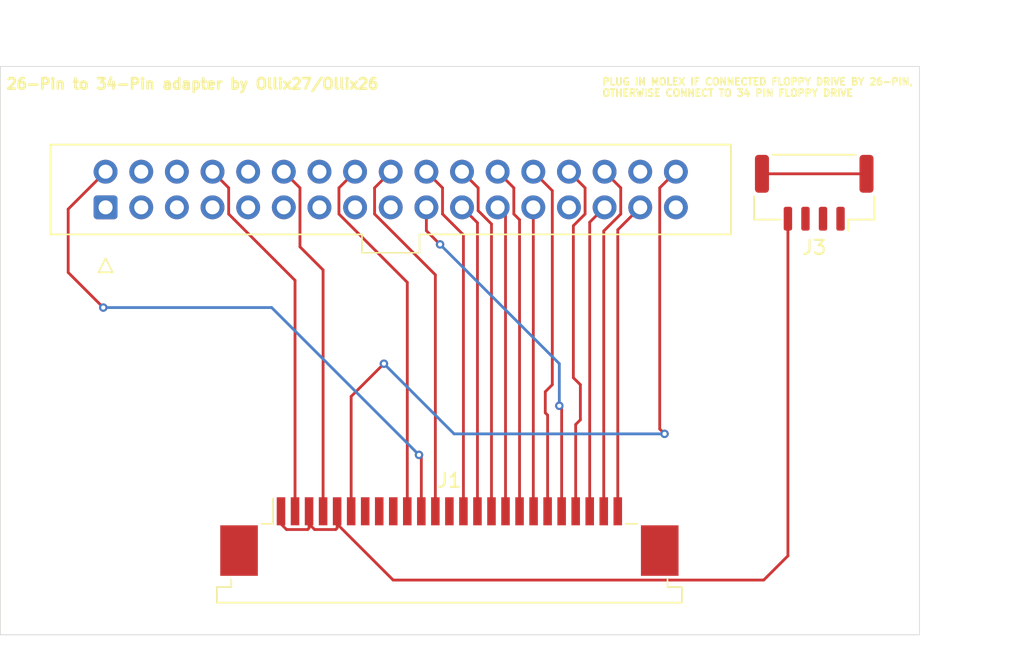
<source format=kicad_pcb>
(kicad_pcb (version 20241229) (generator "pcbnew") (generator_version "9.0")
  (layers (0 "F.Cu" signal) (2 "B.Cu" signal) (13 "F.Paste" user) (15 "B.Paste" user) (5 "F.SilkS" user "F.Silkscreen") (7 "B.SilkS" user "B.Silkscreen") (1 "F.Mask" user) (3 "B.Mask" user) (25 "Edge.Cuts" user))
  (net 0 "")
  (net 3 "INDEX")
  (net 5 "Net-(J1-Pin_19)")
  (net 6 "GND")
  (net 7 "READ DATA")
  (net 8 "DENSITY")
  (net 10 "DRIVE SELECT")
  (net 11 "5V")
  (net 12 "DIRECTION")
  (net 13 "WRITE GATE")
  (net 14 "DISK CHANGE")
  (net 15 "WRITE PROTECT")
  (net 16 "MOTOR ENABLE")
  (net 17 "WRITE DATA")
  (net 18 "STEP")
  (net 19 "TRACK 0")
  (net 20 "HEAD SELECT")
  (net 38 "unconnected-(J3-MountPin-PadMP)")
  (footprint "Connector_FFC-FPC:TE_2-84952-5_1x25-1MP_P1.0mm_Horizontal" (layer "F.Cu") (at 149.6655 107.31774)
    (property "Reference" "J1" (at 0 -4 0) (layer "F.SilkS"))
    (property "Value" "Conn_01x26_Pin")
    (fp_line (start -16.57 3.6) (end -15.545 3.6) (stroke (width 0.12)) (layer "F.SilkS"))
    (fp_line (start -16.57 4.71) (end -16.57 3.6) (stroke (width 0.12)) (layer "F.SilkS"))
    (fp_line (start -15.545 3.6) (end -15.545 3.06) (stroke (width 0.12)) (layer "F.SilkS"))
    (fp_line (start -13.39 -0.91) (end -12.565 -0.91) (stroke (width 0.12)) (layer "F.SilkS"))
    (fp_line (start -12.565 -0.91) (end -12.565 -2.71) (stroke (width 0.12)) (layer "F.SilkS"))
    (fp_line (start 12.565 -0.91) (end 13.39 -0.91) (stroke (width 0.12)) (layer "F.SilkS"))
    (fp_line (start 15.545 3.06) (end 15.545 3.6) (stroke (width 0.12)) (layer "F.SilkS"))
    (fp_line (start 15.545 3.6) (end 16.57 3.6) (stroke (width 0.12)) (layer "F.SilkS"))
    (fp_line (start 16.57 3.6) (end 16.57 4.71) (stroke (width 0.12)) (layer "F.SilkS"))
    (fp_line (start 16.57 4.71) (end -16.57 4.71) (stroke (width 0.12)) (layer "F.SilkS"))
    (pad "1" smd rect (at -12 -1.8) (size 0.61 2) (layers "F.Cu" "F.Mask" "F.Paste") (net 11 "5V"))
    (pad "2" smd rect (at -11 -1.8) (size 0.61 2) (layers "F.Cu" "F.Mask" "F.Paste") (net 3 "INDEX"))
    (pad "3" smd rect (at -10 -1.8) (size 0.61 2) (layers "F.Cu" "F.Mask" "F.Paste") (net 11 "5V"))
    (pad "4" smd rect (at -9 -1.8) (size 0.61 2) (layers "F.Cu" "F.Mask" "F.Paste") (net 10 "DRIVE SELECT"))
    (pad "5" smd rect (at -8 -1.8) (size 0.61 2) (layers "F.Cu" "F.Mask" "F.Paste") (net 11 "5V"))
    (pad "6" smd rect (at -7 -1.8) (size 0.61 2) (layers "F.Cu" "F.Mask" "F.Paste") (net 14 "DISK CHANGE"))
    (pad "7" smd rect (at -6 -1.8) (size 0.61 2) (layers "F.Cu" "F.Mask" "F.Paste"))
    (pad "8" smd rect (at -5 -1.8) (size 0.61 2) (layers "F.Cu" "F.Mask" "F.Paste"))
    (pad "9" smd rect (at -4 -1.8) (size 0.61 2) (layers "F.Cu" "F.Mask" "F.Paste"))
    (pad "10" smd rect (at -3 -1.8) (size 0.61 2) (layers "F.Cu" "F.Mask" "F.Paste") (net 16 "MOTOR ENABLE"))
    (pad "11" smd rect (at -2 -1.8) (size 0.61 2) (layers "F.Cu" "F.Mask" "F.Paste") (net 8 "DENSITY"))
    (pad "12" smd rect (at -1 -1.8) (size 0.61 2) (layers "F.Cu" "F.Mask" "F.Paste") (net 12 "DIRECTION"))
    (pad "13" smd rect (at 0 -1.8) (size 0.61 2) (layers "F.Cu" "F.Mask" "F.Paste"))
    (pad "14" smd rect (at 1 -1.8) (size 0.61 2) (layers "F.Cu" "F.Mask" "F.Paste") (net 18 "STEP"))
    (pad "15" smd rect (at 2 -1.8) (size 0.61 2) (layers "F.Cu" "F.Mask" "F.Paste") (net 6 "GND"))
    (pad "16" smd rect (at 3 -1.8) (size 0.61 2) (layers "F.Cu" "F.Mask" "F.Paste") (net 17 "WRITE DATA"))
    (pad "17" smd rect (at 4 -1.8) (size 0.61 2) (layers "F.Cu" "F.Mask" "F.Paste") (net 6 "GND"))
    (pad "18" smd rect (at 5 -1.8) (size 0.61 2) (layers "F.Cu" "F.Mask" "F.Paste") (net 13 "WRITE GATE"))
    (pad "19" smd rect (at 6 -1.8) (size 0.61 2) (layers "F.Cu" "F.Mask" "F.Paste") (net 5 "Net-(J1-Pin_19)"))
    (pad "20" smd rect (at 7 -1.8) (size 0.61 2) (layers "F.Cu" "F.Mask" "F.Paste") (net 19 "TRACK 0"))
    (pad "21" smd rect (at 8 -1.8) (size 0.61 2) (layers "F.Cu" "F.Mask" "F.Paste") (net 6 "GND"))
    (pad "22" smd rect (at 9 -1.8) (size 0.61 2) (layers "F.Cu" "F.Mask" "F.Paste") (net 15 "WRITE PROTECT"))
    (pad "23" smd rect (at 10 -1.8) (size 0.61 2) (layers "F.Cu" "F.Mask" "F.Paste") (net 6 "GND"))
    (pad "24" smd rect (at 11 -1.8) (size 0.61 2) (layers "F.Cu" "F.Mask" "F.Paste") (net 7 "READ DATA"))
    (pad "25" smd rect (at 12 -1.8) (size 0.61 2) (layers "F.Cu" "F.Mask" "F.Paste") (net 6 "GND"))
    (pad "MP" smd rect (at -14.99 1) (size 2.68 3.6) (layers "F.Cu" "F.Mask" "F.Paste"))
    (pad "MP" smd rect (at 14.99 1) (size 2.68 3.6) (layers "F.Cu" "F.Mask" "F.Paste"))
  )
  (footprint "Connector_Molex:Molex_CLIK-Mate_502386-0470_1x04-1MP_P1.25mm_Horizontal" (layer "F.Cu") (at 175.6655 82.81774 180)
    (property "Reference" "J3" (at 0 -3.9 0) (layer "F.SilkS"))
    (property "Value" "Conn_01x04_MountingPin")
    (fp_line (start 4.285 -0.26) (end 4.285 -1.91) (stroke (width 0.12)) (layer "F.SilkS"))
    (fp_line (start 4.285 -1.91) (end 2.435 -1.91) (stroke (width 0.12)) (layer "F.SilkS"))
    (fp_line (start -2.435 -1.91) (end -2.435 -2.7) (stroke (width 0.12)) (layer "F.SilkS"))
    (fp_line (start -2.965 2.71) (end 2.965 2.71) (stroke (width 0.12)) (layer "F.SilkS"))
    (fp_line (start -4.285 -0.26) (end -4.285 -1.91) (stroke (width 0.12)) (layer "F.SilkS"))
    (fp_line (start -4.285 -1.91) (end -2.435 -1.91) (stroke (width 0.12)) (layer "F.SilkS"))
    (pad "1" smd roundrect (at -1.875 -1.85 180) (size 0.6 1.7) (layers "F.Cu" "F.Mask" "F.Paste"))
    (pad "2" smd roundrect (at -0.625 -1.85 180) (size 0.6 1.7) (layers "F.Cu" "F.Mask" "F.Paste"))
    (pad "3" smd roundrect (at 0.625 -1.85 180) (size 0.6 1.7) (layers "F.Cu" "F.Mask" "F.Paste"))
    (pad "4" smd roundrect (at 1.875 -1.85 180) (size 0.6 1.7) (layers "F.Cu" "F.Mask" "F.Paste") (net 11 "5V"))
    (pad "MP" smd roundrect (at -3.725 1.35 180) (size 1 2.7) (layers "F.Cu" "F.Mask" "F.Paste") (net 38 "unconnected-(J3-MountPin-PadMP)"))
    (pad "MP" smd roundrect (at 3.725 1.35 180) (size 1 2.7) (layers "F.Cu" "F.Mask" "F.Paste") (net 38 "unconnected-(J3-MountPin-PadMP)"))
  )
  (footprint "Floppy Connectors:Floppy-Shugart-34-PIN" (layer "F.Cu") (at 125.1655 83.85774 90)
    (property "Reference" "J2" (hide yes))
    (property "Value" "Conn_02x17_Odd_Even_MountingPin")
    (fp_line (start 4.47 -3.92) (end 4.47 44.56) (stroke (width 0.12)) (layer "F.SilkS"))
    (fp_line (start -1.93 -3.92) (end 4.47 -3.92) (stroke (width 0.12)) (layer "F.SilkS"))
    (fp_line (start -4.63 -0.5) (end -4.63 0.5) (stroke (width 0.12)) (layer "F.SilkS"))
    (fp_line (start -3.63 0) (end -4.63 -0.5) (stroke (width 0.12)) (layer "F.SilkS"))
    (fp_line (start -4.63 0.5) (end -3.63 0) (stroke (width 0.12)) (layer "F.SilkS"))
    (fp_line (start -1.93 18.27) (end -1.93 -3.92) (stroke (width 0.12)) (layer "F.SilkS"))
    (fp_line (start -3.24 18.27) (end -1.93 18.27) (stroke (width 0.12)) (layer "F.SilkS"))
    (fp_line (start -3.24 18.27) (end -3.24 22.37) (stroke (width 0.1)) (layer "F.SilkS"))
    (fp_line (start -1.93 22.37) (end -3.24 22.37) (stroke (width 0.12)) (layer "F.SilkS"))
    (fp_line (start 4.47 44.56) (end -1.93 44.56) (stroke (width 0.12)) (layer "F.SilkS"))
    (fp_line (start -1.93 44.56) (end -1.93 22.37) (stroke (width 0.12)) (layer "F.SilkS"))
    (pad "1" thru_hole roundrect (at 0 0 90) (size 1.7 1.7) (drill 1) (layers "*.Cu" "*.Mask") (roundrect_rratio 0.147059))
    (pad "2" thru_hole circle (at 2.54 0 90) (size 1.7 1.7) (drill 1) (layers "*.Cu" "*.Mask") (net 8 "DENSITY"))
    (pad "3" thru_hole circle (at 0 2.54 90) (size 1.7 1.7) (drill 1) (layers "*.Cu" "*.Mask"))
    (pad "4" thru_hole circle (at 2.54 2.54 90) (size 1.7 1.7) (drill 1) (layers "*.Cu" "*.Mask"))
    (pad "5" thru_hole circle (at 0 5.08 90) (size 1.7 1.7) (drill 1) (layers "*.Cu" "*.Mask"))
    (pad "6" thru_hole circle (at 2.54 5.08 90) (size 1.7 1.7) (drill 1) (layers "*.Cu" "*.Mask"))
    (pad "7" thru_hole circle (at 0 7.62 90) (size 1.7 1.7) (drill 1) (layers "*.Cu" "*.Mask"))
    (pad "8" thru_hole circle (at 2.54 7.62 90) (size 1.7 1.7) (drill 1) (layers "*.Cu" "*.Mask") (net 3 "INDEX"))
    (pad "9" thru_hole circle (at 0 10.16 90) (size 1.7 1.7) (drill 1) (layers "*.Cu" "*.Mask"))
    (pad "10" thru_hole circle (at 2.54 10.16 90) (size 1.7 1.7) (drill 1) (layers "*.Cu" "*.Mask"))
    (pad "11" thru_hole circle (at 0 12.7 90) (size 1.7 1.7) (drill 1) (layers "*.Cu" "*.Mask"))
    (pad "12" thru_hole circle (at 2.54 12.7 90) (size 1.7 1.7) (drill 1) (layers "*.Cu" "*.Mask") (net 10 "DRIVE SELECT"))
    (pad "13" thru_hole circle (at 0 15.24 90) (size 1.7 1.7) (drill 1) (layers "*.Cu" "*.Mask"))
    (pad "14" thru_hole circle (at 2.54 15.24 90) (size 1.7 1.7) (drill 1) (layers "*.Cu" "*.Mask"))
    (pad "15" thru_hole circle (at 0 17.78 90) (size 1.7 1.7) (drill 1) (layers "*.Cu" "*.Mask"))
    (pad "16" thru_hole circle (at 2.54 17.78 90) (size 1.7 1.7) (drill 1) (layers "*.Cu" "*.Mask") (net 16 "MOTOR ENABLE"))
    (pad "17" thru_hole circle (at 0 20.32 90) (size 1.7 1.7) (drill 1) (layers "*.Cu" "*.Mask"))
    (pad "18" thru_hole circle (at 2.54 20.32 90) (size 1.7 1.7) (drill 1) (layers "*.Cu" "*.Mask") (net 12 "DIRECTION"))
    (pad "19" thru_hole circle (at 0 22.86 90) (size 1.7 1.7) (drill 1) (layers "*.Cu" "*.Mask") (net 6 "GND"))
    (pad "20" thru_hole circle (at 2.54 22.86 90) (size 1.7 1.7) (drill 1) (layers "*.Cu" "*.Mask") (net 18 "STEP"))
    (pad "21" thru_hole circle (at 0 25.4 90) (size 1.7 1.7) (drill 1) (layers "*.Cu" "*.Mask") (net 6 "GND"))
    (pad "22" thru_hole circle (at 2.54 25.4 90) (size 1.7 1.7) (drill 1) (layers "*.Cu" "*.Mask") (net 17 "WRITE DATA"))
    (pad "23" thru_hole circle (at 0 27.94 90) (size 1.7 1.7) (drill 1) (layers "*.Cu" "*.Mask") (net 6 "GND"))
    (pad "24" thru_hole circle (at 2.54 27.94 90) (size 1.7 1.7) (drill 1) (layers "*.Cu" "*.Mask") (net 13 "WRITE GATE"))
    (pad "25" thru_hole circle (at 0 30.48 90) (size 1.7 1.7) (drill 1) (layers "*.Cu" "*.Mask") (net 5 "Net-(J1-Pin_19)"))
    (pad "26" thru_hole circle (at 2.54 30.48 90) (size 1.7 1.7) (drill 1) (layers "*.Cu" "*.Mask") (net 19 "TRACK 0"))
    (pad "27" thru_hole circle (at 0 33.02 90) (size 1.7 1.7) (drill 1) (layers "*.Cu" "*.Mask"))
    (pad "28" thru_hole circle (at 2.54 33.02 90) (size 1.7 1.7) (drill 1) (layers "*.Cu" "*.Mask") (net 15 "WRITE PROTECT"))
    (pad "29" thru_hole circle (at 0 35.56 90) (size 1.7 1.7) (drill 1) (layers "*.Cu" "*.Mask") (net 6 "GND"))
    (pad "30" thru_hole circle (at 2.54 35.56 90) (size 1.7 1.7) (drill 1) (layers "*.Cu" "*.Mask") (net 7 "READ DATA"))
    (pad "31" thru_hole circle (at 0 38.1 90) (size 1.7 1.7) (drill 1) (layers "*.Cu" "*.Mask") (net 6 "GND"))
    (pad "32" thru_hole circle (at 2.54 38.1 90) (size 1.7 1.7) (drill 1) (layers "*.Cu" "*.Mask") (net 20 "HEAD SELECT"))
    (pad "33" thru_hole circle (at 0 40.64 90) (size 1.7 1.7) (drill 1) (layers "*.Cu" "*.Mask"))
    (pad "34" thru_hole circle (at 2.54 40.64 90) (size 1.7 1.7) (drill 1) (layers "*.Cu" "*.Mask") (net 14 "DISK CHANGE"))
  )
  (gr_rect (start 117.6655 73.81774) (end 183.1655 114.31774) (stroke (width 0.05)) (fill no) (layer "Edge.Cuts"))
  (gr_text "26-Pin to 34-Pin adapter by Ollix27/Ollix26" (at 118 75.5 0) (layer "F.SilkS") (effects (font (size 0.75 0.75) (thickness 0.1875) (bold yes)) (justify left bottom)))
  (gr_text "PLUG IN MOLEX IF CONNECTED FLOPPY DRIVE BY 26-PIN,\nOTHERWISE CONNECT TO 34 PIN FLOPPY DRIVE" (at 160.5 76 0) (layer "F.SilkS") (effects (font (size 0.5 0.5) (thickness 0.125) (bold yes)) (justify left bottom)))
  (segment (start 133.9365 84.3345) (end 133.9365 82.46874) (width 0.2) (layer "F.Cu") (net 3))
  (segment (start 138.6655 105.51774) (end 138.6655 89.0635) (width 0.2) (layer "F.Cu") (net 3))
  (segment (start 138.6655 89.0635) (end 133.9365 84.3345) (width 0.2) (layer "F.Cu") (net 3))
  (segment (start 133.9365 82.46874) (end 132.7855 81.31774) (width 0.2) (layer "F.Cu") (net 3))
  (segment (start 155.6455 83.85774) (end 155.6455 105.49774) (width 0.2) (layer "F.Cu") (net 5))
  (segment (start 155.6455 105.49774) (end 155.6655 105.51774) (width 0.2) (layer "F.Cu") (net 5))
  (segment (start 159.6655 84.91774) (end 159.6655 105.51774) (width 0.2) (layer "F.Cu") (net 6))
  (segment (start 157.6655 98.1655) (end 157.5 98) (width 0.2) (layer "F.Cu") (net 6))
  (segment (start 161.6655 85.45774) (end 161.6655 105.51774) (width 0.2) (layer "F.Cu") (net 6))
  (segment (start 150.5655 83.85774) (end 151.6655 84.95774) (width 0.2) (layer "F.Cu") (net 6))
  (segment (start 153.6655 84.41774) (end 153.6655 105.51774) (width 0.2) (layer "F.Cu") (net 6))
  (segment (start 163.2655 83.85774) (end 161.6655 85.45774) (width 0.2) (layer "F.Cu") (net 6))
  (segment (start 157.6655 105.51774) (end 157.6655 98.1655) (width 0.2) (layer "F.Cu") (net 6))
  (segment (start 160.7255 83.85774) (end 159.6655 84.91774) (width 0.2) (layer "F.Cu") (net 6))
  (segment (start 151.6655 84.95774) (end 151.6655 105.51774) (width 0.2) (layer "F.Cu") (net 6))
  (segment (start 148.0255 85.5255) (end 148.0255 83.85774) (width 0.2) (layer "F.Cu") (net 6))
  (segment (start 149 86.5) (end 148.0255 85.5255) (width 0.2) (layer "F.Cu") (net 6))
  (segment (start 153.1055 83.85774) (end 153.6655 84.41774) (width 0.2) (layer "F.Cu") (net 6))
  (via (at 149 86.5) (size 0.6) (drill 0.3) (layers "F.Cu" "B.Cu") (net 6))
  (via (at 157.5 98) (size 0.6) (drill 0.3) (layers "F.Cu" "B.Cu") (net 6))
  (segment (start 157.5 98) (end 157.5 95) (width 0.2) (layer "B.Cu") (net 6))
  (segment (start 157.5 95) (end 149 86.5) (width 0.2) (layer "B.Cu") (net 6))
  (segment (start 161.8765 82.46874) (end 160.7255 81.31774) (width 0.2) (layer "F.Cu") (net 7))
  (segment (start 160.6655 105.51774) (end 160.6655 85.5455) (width 0.2) (layer "F.Cu") (net 7))
  (segment (start 160.6655 85.5455) (end 161.8765 84.3345) (width 0.2) (layer "F.Cu") (net 7))
  (segment (start 161.8765 84.3345) (end 161.8765 82.46874) (width 0.2) (layer "F.Cu") (net 7))
  (segment (start 122.5 88.5) (end 122.5 83.98324) (width 0.2) (layer "F.Cu") (net 8))
  (segment (start 122.5 83.98324) (end 125.1655 81.31774) (width 0.2) (layer "F.Cu") (net 8))
  (segment (start 147.6655 101.6655) (end 147.5 101.5) (width 0.2) (layer "F.Cu") (net 8))
  (segment (start 125 91) (end 122.5 88.5) (width 0.2) (layer "F.Cu") (net 8))
  (segment (start 147.6655 105.51774) (end 147.6655 101.6655) (width 0.2) (layer "F.Cu") (net 8))
  (via (at 147.5 101.5) (size 0.6) (drill 0.3) (layers "F.Cu" "B.Cu") (net 8))
  (via (at 125 91) (size 0.6) (drill 0.3) (layers "F.Cu" "B.Cu") (net 8))
  (segment (start 147.5 101.5) (end 137 91) (width 0.2) (layer "B.Cu") (net 8))
  (segment (start 137 91) (end 125 91) (width 0.2) (layer "B.Cu") (net 8))
  (segment (start 139.0165 82.46874) (end 137.8655 81.31774) (width 0.2) (layer "F.Cu") (net 10))
  (segment (start 139.0165 86.66874) (end 139.0165 82.46874) (width 0.2) (layer "F.Cu") (net 10))
  (segment (start 140.6655 88.31774) (end 139.0165 86.66874) (width 0.2) (layer "F.Cu") (net 10))
  (segment (start 140.6655 105.51774) (end 140.6655 88.31774) (width 0.2) (layer "F.Cu") (net 10))
  (segment (start 141.6655 106.71774) (end 141.6655 105.51774) (width 0.2) (layer "F.Cu") (net 11))
  (segment (start 137.6655 106.42474) (end 138.0595 106.81874) (width 0.2) (layer "F.Cu") (net 11))
  (segment (start 141.6655 106.42474) (end 145.6595 110.41874) (width 0.2) (layer "F.Cu") (net 11))
  (segment (start 173.7905 108.69274) (end 173.7905 84.66774) (width 0.2) (layer "F.Cu") (net 11))
  (segment (start 141.6655 105.51774) (end 141.6655 106.42474) (width 0.2) (layer "F.Cu") (net 11))
  (segment (start 139.5645 106.81874) (end 139.6655 106.71774) (width 0.2) (layer "F.Cu") (net 11))
  (segment (start 138.0595 106.81874) (end 139.5645 106.81874) (width 0.2) (layer "F.Cu") (net 11))
  (segment (start 172.0645 110.41874) (end 173.7905 108.69274) (width 0.2) (layer "F.Cu") (net 11))
  (segment (start 140.0595 106.81874) (end 141.5645 106.81874) (width 0.2) (layer "F.Cu") (net 11))
  (segment (start 137.6655 105.51774) (end 137.6655 106.42474) (width 0.2) (layer "F.Cu") (net 11))
  (segment (start 139.6655 106.71774) (end 139.6655 105.51774) (width 0.2) (layer "F.Cu") (net 11))
  (segment (start 139.6655 106.42474) (end 140.0595 106.81874) (width 0.2) (layer "F.Cu") (net 11))
  (segment (start 139.6655 105.51774) (end 139.6655 106.42474) (width 0.2) (layer "F.Cu") (net 11))
  (segment (start 145.6595 110.41874) (end 172.0645 110.41874) (width 0.2) (layer "F.Cu") (net 11))
  (segment (start 141.5645 106.81874) (end 141.6655 106.71774) (width 0.2) (layer "F.Cu") (net 11))
  (segment (start 148.6655 105.51774) (end 148.6655 88.6655) (width 0.2) (layer "F.Cu") (net 12))
  (segment (start 144.3345 82.46874) (end 145.4855 81.31774) (width 0.2) (layer "F.Cu") (net 12))
  (segment (start 148.6655 88.6655) (end 144.3345 84.3345) (width 0.2) (layer "F.Cu") (net 12))
  (segment (start 144.3345 84.3345) (end 144.3345 82.46874) (width 0.2) (layer "F.Cu") (net 12))
  (segment (start 154.6655 105.51774) (end 154.6655 84.7435) (width 0.2) (layer "F.Cu") (net 13))
  (segment (start 154.6655 84.7435) (end 154.2565 84.3345) (width 0.2) (layer "F.Cu") (net 13))
  (segment (start 154.2565 84.3345) (end 154.2565 82.46874) (width 0.2) (layer "F.Cu") (net 13))
  (segment (start 154.2565 82.46874) (end 153.1055 81.31774) (width 0.2) (layer "F.Cu") (net 13))
  (segment (start 142.6655 105.51774) (end 142.6655 97.3345) (width 0.2) (layer "F.Cu") (net 14))
  (segment (start 165 100) (end 164.6545 99.6545) (width 0.2) (layer "F.Cu") (net 14))
  (segment (start 164.6545 82.46874) (end 165.8055 81.31774) (width 0.2) (layer "F.Cu") (net 14))
  (segment (start 142.6655 97.3345) (end 145 95) (width 0.2) (layer "F.Cu") (net 14))
  (segment (start 164.6545 99.6545) (end 164.6545 82.46874) (width 0.2) (layer "F.Cu") (net 14))
  (via (at 165 100) (size 0.6) (drill 0.3) (layers "F.Cu" "B.Cu") (net 14))
  (via (at 145 95) (size 0.6) (drill 0.3) (layers "F.Cu" "B.Cu") (net 14))
  (segment (start 150 100) (end 165 100) (width 0.2) (layer "B.Cu") (net 14))
  (segment (start 145 95) (end 150 100) (width 0.2) (layer "B.Cu") (net 14))
  (segment (start 158.5 96) (end 158.5 85.171) (width 0.2) (layer "F.Cu") (net 15))
  (segment (start 158.6655 105.51774) (end 158.6655 99.3345) (width 0.2) (layer "F.Cu") (net 15))
  (segment (start 159 99) (end 159 96.5) (width 0.2) (layer "F.Cu") (net 15))
  (segment (start 158.5 85.171) (end 159.3365 84.3345) (width 0.2) (layer "F.Cu") (net 15))
  (segment (start 159.3365 82.46874) (end 158.1855 81.31774) (width 0.2) (layer "F.Cu") (net 15))
  (segment (start 159 96.5) (end 158.5 96) (width 0.2) (layer "F.Cu") (net 15))
  (segment (start 159.3365 84.3345) (end 159.3365 82.46874) (width 0.2) (layer "F.Cu") (net 15))
  (segment (start 158.6655 99.3345) (end 159 99) (width 0.2) (layer "F.Cu") (net 15))
  (segment (start 141.7945 82.46874) (end 142.9455 81.31774) (width 0.2) (layer "F.Cu") (net 16))
  (segment (start 146.6655 89.2055) (end 141.7945 84.3345) (width 0.2) (layer "F.Cu") (net 16))
  (segment (start 141.7945 84.3345) (end 141.7945 82.46874) (width 0.2) (layer "F.Cu") (net 16))
  (segment (start 146.6655 105.51774) (end 146.6655 89.2055) (width 0.2) (layer "F.Cu") (net 16))
  (segment (start 151.7165 84.0965) (end 151.7165 82.46874) (width 0.2) (layer "F.Cu") (net 17))
  (segment (start 152.6655 85.0455) (end 151.7165 84.0965) (width 0.2) (layer "F.Cu") (net 17))
  (segment (start 152.6655 105.51774) (end 152.6655 85.0455) (width 0.2) (layer "F.Cu") (net 17))
  (segment (start 151.7165 82.46874) (end 150.5655 81.31774) (width 0.2) (layer "F.Cu") (net 17))
  (segment (start 149.1765 84.3345) (end 149.1765 82.46874) (width 0.2) (layer "F.Cu") (net 18))
  (segment (start 150.6655 105.51774) (end 150.6655 85.8235) (width 0.2) (layer "F.Cu") (net 18))
  (segment (start 150.6655 85.8235) (end 149.1765 84.3345) (width 0.2) (layer "F.Cu") (net 18))
  (segment (start 149.1765 82.46874) (end 148.0255 81.31774) (width 0.2) (layer "F.Cu") (net 18))
  (segment (start 156.5 97) (end 157 96.5) (width 0.2) (layer "F.Cu") (net 19))
  (segment (start 156.6655 105.51774) (end 156.6655 98.6655) (width 0.2) (layer "F.Cu") (net 19))
  (segment (start 156.5 98.5) (end 156.5 97) (width 0.2) (layer "F.Cu") (net 19))
  (segment (start 156.6655 98.6655) (end 156.5 98.5) (width 0.2) (layer "F.Cu") (net 19))
  (segment (start 156.6655 105.51774) (end 156.7965 105.38674) (width 0.2) (layer "F.Cu") (net 19))
  (segment (start 157 82.67224) (end 155.6455 81.31774) (width 0.2) (layer "F.Cu") (net 19))
  (segment (start 157 96.5) (end 157 82.67224) (width 0.2) (layer "F.Cu") (net 19))
  (segment (start 171.9405 81.46774) (end 179.3905 81.46774) (width 0.2) (layer "F.Cu") (net 38))
)
</source>
